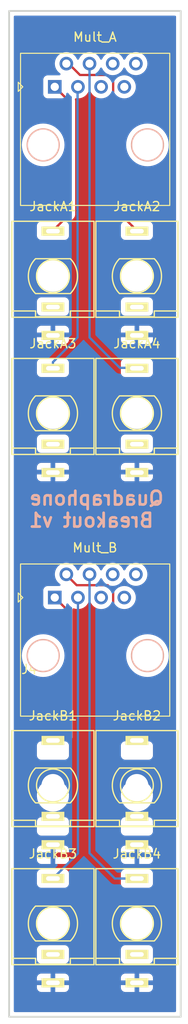
<source format=kicad_pcb>
(kicad_pcb (version 20211014) (generator pcbnew)
  (layers (0 "F.Cu" signal) (31 "B.Cu" signal) (34 "B.Paste" user) (35 "F.Paste" user) (36 "B.SilkS" user "B.Silkscreen") (37 "F.SilkS" user "F.Silkscreen") (38 "B.Mask" user) (39 "F.Mask" user) (44 "Edge.Cuts" user))
  (net 0 "")
  (net 1 "/A1")
  (net 2 "/A2")
  (net 3 "/A3")
  (net 4 "/A4")
  (net 9 "/B1")
  (net 10 "/B2")
  (net 11 "/B3")
  (net 12 "/B4")
  (net 24 "GND")
  (footprint "Custom_Footprints:RJ45_Molex_42878-8506" (layer "F.Cu") (at 59.4 62.9475)
    (fp_text reference "J1" hide)
    (fp_text value "Mult_A" (at 0 -10.1) (layer "F.SilkS"))
    (fp_line (start 8.2 -8.32) (end -8.15 -8.32) (layer "F.SilkS") (width 0.12))
    (fp_line (start -7.9 -4.65) (end -8.4 -5.15) (layer "F.SilkS") (width 0.12))
    (fp_line (start -8.4 -4.15) (end -7.9 -4.65) (layer "F.SilkS") (width 0.12))
    (fp_line (start 8.2 8.32) (end -8.15 8.32) (layer "F.SilkS") (width 0.12))
    (fp_line (start -8.15 -8.32) (end -8.15 8.32) (layer "F.SilkS") (width 0.12))
    (fp_line (start 8.2 -8.32) (end 8.2 8.32) (layer "F.SilkS") (width 0.12))
    (fp_line (start -8.4 -5.15) (end -8.4 -4.15) (layer "F.SilkS") (width 0.12))
    (pad "" np_thru_hole circle (at 5.76 1.7) (size 3.65 3.65) (drill 3.33) (layers F&B.Cu *.SilkS *.Mask))
    (pad "" np_thru_hole circle (at -5.67 1.7) (size 3.65 3.65) (drill 3.33) (layers F&B.Cu *.SilkS *.Mask))
    (pad "1" thru_hole rect (at -4.4 -4.65) (size 1.5 1.5) (drill 0.9) (layers *.Cu *.Mask) (net 1 "/A1"))
    (pad "2" thru_hole circle (at -3.13 -7.19) (size 1.5 1.5) (drill 0.9) (layers *.Cu *.Mask) (net 2 "/A2"))
    (pad "3" thru_hole circle (at -1.86 -4.65) (size 1.5 1.5) (drill 0.9) (layers *.Cu *.Mask) (net 3 "/A3"))
    (pad "4" thru_hole circle (at -0.59 -7.19) (size 1.5 1.5) (drill 0.9) (layers *.Cu *.Mask) (net 4 "/A4"))
    (pad "5" thru_hole circle (at 0.68 -4.65) (size 1.5 1.5) (drill 0.9) (layers *.Cu *.Mask))
    (pad "6" thru_hole circle (at 1.95 -7.19) (size 1.5 1.5) (drill 0.9) (layers *.Cu *.Mask))
    (pad "7" thru_hole circle (at 3.22 -4.65) (size 1.5 1.5) (drill 0.9) (layers *.Cu *.Mask))
    (pad "8" thru_hole circle (at 4.49 -7.19) (size 1.5 1.5) (drill 0.9) (layers *.Cu *.Mask))
  )
  (footprint "Custom_Footprints:THONKICONN_hole" (layer "F.Cu") (at 64 149.8)
    (fp_text reference "J10" hide)
    (fp_text value "JackB4" (at 0 -7.62) (layer "F.SilkS"))
    (fp_line (start 1.905 3.81) (end 4.445 3.81) (layer "F.SilkS") (width 0.15))
    (fp_line (start 4.5 -6) (end 4.5 4.5) (layer "F.SilkS") (width 0.15))
    (fp_line (start 1.905 4.445) (end 1.905 3.81) (layer "F.SilkS") (width 0.15))
    (fp_line (start -4.445 3.81) (end -1.905 3.81) (layer "F.SilkS") (width 0.15))
    (fp_line (start -1.905 -1.905) (end 1.905 -1.905) (layer "F.SilkS") (width 0.15))
    (fp_line (start -1.905 3.81) (end -1.905 4.445) (layer "F.SilkS") (width 0.15))
    (fp_line (start -1.905 4.445) (end 1.905 4.445) (layer "F.SilkS") (width 0.15))
    (fp_line (start -4.5 -6) (end 4.5 -6) (layer "F.SilkS") (width 0.15))
    (fp_line (start -4.5 -6) (end -4.5 4.5) (layer "F.SilkS") (width 0.15))
    (fp_line (start -4.5 4.5) (end 4.5 4.5) (layer "F.SilkS") (width 0.15))
    (fp_line (start 1.905 1.905) (end -1.905 1.905) (layer "F.SilkS") (width 0.15))
    (fp_arc (start -1.905 1.905) (mid -2.694077 0) (end -1.905 -1.905) (layer "F.SilkS") (width 0.15))
    (fp_arc (start 1.905 -1.905) (mid 2.694077 0) (end 1.905 1.905) (layer "F.SilkS") (width 0.15))
    (fp_circle (center 0 0) (end 1.27 1.27) (layer "F.SilkS") (width 0.15) (fill none))
    (pad "" np_thru_hole circle (at 0 0) (size 2.5 2.5) (drill 2.5) (layers *.Cu *.Mask))
    (pad "1" thru_hole rect (at 0 6.48) (size 2.5 1) (drill oval 1.5 0.5) (layers *.Cu *.Mask "F.SilkS") (net 24 "GND"))
    (pad "2" thru_hole rect (at 0 3.38) (size 2.5 1) (drill oval 1.5 0.5) (layers *.Cu *.Mask "F.SilkS"))
    (pad "3" thru_hole rect (at 0 -4.92) (size 2.5 1) (drill oval 1.5 0.5) (layers *.Cu *.Mask "F.SilkS") (net 12 "/B4"))
  )
  (footprint "Custom_Footprints:RJ45_Molex_42878-8506" (layer "F.Cu") (at 59.4 118.8)
    (fp_text reference "J2" hide)
    (fp_text value "Mult_B" (at 0 -10.1) (layer "F.SilkS"))
    (fp_line (start -8.4 -5.15) (end -8.4 -4.15) (layer "F.SilkS") (width 0.12))
    (fp_line (start 8.2 -8.32) (end 8.2 8.32) (layer "F.SilkS") (width 0.12))
    (fp_line (start -8.15 -8.32) (end -8.15 8.32) (layer "F.SilkS") (width 0.12))
    (fp_line (start 8.2 -8.32) (end -8.15 -8.32) (layer "F.SilkS") (width 0.12))
    (fp_line (start -7.9 -4.65) (end -8.4 -5.15) (layer "F.SilkS") (width 0.12))
    (fp_line (start 8.2 8.32) (end -8.15 8.32) (layer "F.SilkS") (width 0.12))
    (fp_line (start -8.4 -4.15) (end -7.9 -4.65) (layer "F.SilkS") (width 0.12))
    (pad "" np_thru_hole circle (at -5.67 1.7) (size 3.65 3.65) (drill 3.33) (layers F&B.Cu *.SilkS *.Mask))
    (pad "" np_thru_hole circle (at 5.76 1.7) (size 3.65 3.65) (drill 3.33) (layers F&B.Cu *.SilkS *.Mask))
    (pad "1" thru_hole rect (at -4.4 -4.65) (size 1.5 1.5) (drill 0.9) (layers *.Cu *.Mask) (net 9 "/B1"))
    (pad "2" thru_hole circle (at -3.13 -7.19) (size 1.5 1.5) (drill 0.9) (layers *.Cu *.Mask) (net 10 "/B2"))
    (pad "3" thru_hole circle (at -1.86 -4.65) (size 1.5 1.5) (drill 0.9) (layers *.Cu *.Mask) (net 11 "/B3"))
    (pad "4" thru_hole circle (at -0.59 -7.19) (size 1.5 1.5) (drill 0.9) (layers *.Cu *.Mask) (net 12 "/B4"))
    (pad "5" thru_hole circle (at 0.68 -4.65) (size 1.5 1.5) (drill 0.9) (layers *.Cu *.Mask))
    (pad "6" thru_hole circle (at 1.95 -7.19) (size 1.5 1.5) (drill 0.9) (layers *.Cu *.Mask))
    (pad "7" thru_hole circle (at 3.22 -4.65) (size 1.5 1.5) (drill 0.9) (layers *.Cu *.Mask))
    (pad "8" thru_hole circle (at 4.49 -7.19) (size 1.5 1.5) (drill 0.9) (layers *.Cu *.Mask))
  )
  (footprint "Custom_Footprints:THONKICONN_hole" (layer "F.Cu") (at 64 94)
    (fp_text reference "J6" hide)
    (fp_text value "JackA4" (at 0 -7.62) (layer "F.SilkS"))
    (fp_line (start -1.905 -1.905) (end 1.905 -1.905) (layer "F.SilkS") (width 0.15))
    (fp_line (start 1.905 3.81) (end 4.445 3.81) (layer "F.SilkS") (width 0.15))
    (fp_line (start -4.5 -6) (end 4.5 -6) (layer "F.SilkS") (width 0.15))
    (fp_line (start 1.905 4.445) (end 1.905 3.81) (layer "F.SilkS") (width 0.15))
    (fp_line (start -1.905 3.81) (end -1.905 4.445) (layer "F.SilkS") (width 0.15))
    (fp_line (start 4.5 -6) (end 4.5 4.5) (layer "F.SilkS") (width 0.15))
    (fp_line (start -1.905 4.445) (end 1.905 4.445) (layer "F.SilkS") (width 0.15))
    (fp_line (start 1.905 1.905) (end -1.905 1.905) (layer "F.SilkS") (width 0.15))
    (fp_line (start -4.445 3.81) (end -1.905 3.81) (layer "F.SilkS") (width 0.15))
    (fp_line (start -4.5 -6) (end -4.5 4.5) (layer "F.SilkS") (width 0.15))
    (fp_line (start -4.5 4.5) (end 4.5 4.5) (layer "F.SilkS") (width 0.15))
    (fp_arc (start 1.905 -1.905) (mid 2.694077 0) (end 1.905 1.905) (layer "F.SilkS") (width 0.15))
    (fp_arc (start -1.905 1.905) (mid -2.694077 0) (end -1.905 -1.905) (layer "F.SilkS") (width 0.15))
    (fp_circle (center 0 0) (end 1.27 1.27) (layer "F.SilkS") (width 0.15) (fill none))
    (pad "" np_thru_hole circle (at 0 0) (size 2.5 2.5) (drill 2.5) (layers *.Cu *.Mask))
    (pad "1" thru_hole rect (at 0 6.48) (size 2.5 1) (drill oval 1.5 0.5) (layers *.Cu *.Mask "F.SilkS") (net 24 "GND"))
    (pad "2" thru_hole rect (at 0 3.38) (size 2.5 1) (drill oval 1.5 0.5) (layers *.Cu *.Mask "F.SilkS"))
    (pad "3" thru_hole rect (at 0 -4.92) (size 2.5 1) (drill oval 1.5 0.5) (layers *.Cu *.Mask "F.SilkS") (net 4 "/A4"))
  )
  (footprint "Custom_Footprints:THONKICONN_hole" (layer "F.Cu") (at 54.8 149.8)
    (fp_text reference "J9" hide)
    (fp_text value "JackB3" (at 0 -7.62) (layer "F.SilkS"))
    (fp_line (start -1.905 -1.905) (end 1.905 -1.905) (layer "F.SilkS") (width 0.15))
    (fp_line (start 1.905 1.905) (end -1.905 1.905) (layer "F.SilkS") (width 0.15))
    (fp_line (start -1.905 3.81) (end -1.905 4.445) (layer "F.SilkS") (width 0.15))
    (fp_line (start 1.905 3.81) (end 4.445 3.81) (layer "F.SilkS") (width 0.15))
    (fp_line (start -4.5 -6) (end 4.5 -6) (layer "F.SilkS") (width 0.15))
    (fp_line (start 1.905 4.445) (end 1.905 3.81) (layer "F.SilkS") (width 0.15))
    (fp_line (start 4.5 -6) (end 4.5 4.5) (layer "F.SilkS") (width 0.15))
    (fp_line (start -4.445 3.81) (end -1.905 3.81) (layer "F.SilkS") (width 0.15))
    (fp_line (start -4.5 -6) (end -4.5 4.5) (layer "F.SilkS") (width 0.15))
    (fp_line (start -1.905 4.445) (end 1.905 4.445) (layer "F.SilkS") (width 0.15))
    (fp_line (start -4.5 4.5) (end 4.5 4.5) (layer "F.SilkS") (width 0.15))
    (fp_arc (start 1.905 -1.905) (mid 2.694077 0) (end 1.905 1.905) (layer "F.SilkS") (width 0.15))
    (fp_arc (start -1.905 1.905) (mid -2.694077 0) (end -1.905 -1.905) (layer "F.SilkS") (width 0.15))
    (fp_circle (center 0 0) (end 1.27 1.27) (layer "F.SilkS") (width 0.15) (fill none))
    (pad "" np_thru_hole circle (at 0 0) (size 2.5 2.5) (drill 2.5) (layers *.Cu *.Mask))
    (pad "1" thru_hole rect (at 0 6.48) (size 2.5 1) (drill oval 1.5 0.5) (layers *.Cu *.Mask "F.SilkS") (net 24 "GND"))
    (pad "2" thru_hole rect (at 0 3.38) (size 2.5 1) (drill oval 1.5 0.5) (layers *.Cu *.Mask "F.SilkS"))
    (pad "3" thru_hole rect (at 0 -4.92) (size 2.5 1) (drill oval 1.5 0.5) (layers *.Cu *.Mask "F.SilkS") (net 11 "/B3"))
  )
  (footprint "Custom_Footprints:THONKICONN_hole" (layer "F.Cu") (at 54.8 94)
    (fp_text reference "J5" hide)
    (fp_text value "JackA3" (at 0 -7.62) (layer "F.SilkS"))
    (fp_line (start -4.5 -6) (end -4.5 4.5) (layer "F.SilkS") (width 0.15))
    (fp_line (start -4.445 3.81) (end -1.905 3.81) (layer "F.SilkS") (width 0.15))
    (fp_line (start -1.905 -1.905) (end 1.905 -1.905) (layer "F.SilkS") (width 0.15))
    (fp_line (start 1.905 1.905) (end -1.905 1.905) (layer "F.SilkS") (width 0.15))
    (fp_line (start -4.5 4.5) (end 4.5 4.5) (layer "F.SilkS") (width 0.15))
    (fp_line (start -1.905 3.81) (end -1.905 4.445) (layer "F.SilkS") (width 0.15))
    (fp_line (start 4.5 -6) (end 4.5 4.5) (layer "F.SilkS") (width 0.15))
    (fp_line (start 1.905 3.81) (end 4.445 3.81) (layer "F.SilkS") (width 0.15))
    (fp_line (start -1.905 4.445) (end 1.905 4.445) (layer "F.SilkS") (width 0.15))
    (fp_line (start 1.905 4.445) (end 1.905 3.81) (layer "F.SilkS") (width 0.15))
    (fp_line (start -4.5 -6) (end 4.5 -6) (layer "F.SilkS") (width 0.15))
    (fp_arc (start 1.905 -1.905) (mid 2.694077 0) (end 1.905 1.905) (layer "F.SilkS") (width 0.15))
    (fp_arc (start -1.905 1.905) (mid -2.694077 0) (end -1.905 -1.905) (layer "F.SilkS") (width 0.15))
    (fp_circle (center 0 0) (end 1.27 1.27) (layer "F.SilkS") (width 0.15) (fill none))
    (pad "" np_thru_hole circle (at 0 0) (size 2.5 2.5) (drill 2.5) (layers *.Cu *.Mask))
    (pad "1" thru_hole rect (at 0 6.48) (size 2.5 1) (drill oval 1.5 0.5) (layers *.Cu *.Mask "F.SilkS") (net 24 "GND"))
    (pad "2" thru_hole rect (at 0 3.38) (size 2.5 1) (drill oval 1.5 0.5) (layers *.Cu *.Mask "F.SilkS"))
    (pad "3" thru_hole rect (at 0 -4.92) (size 2.5 1) (drill oval 1.5 0.5) (layers *.Cu *.Mask "F.SilkS") (net 3 "/A3"))
  )
  (footprint "Custom_Footprints:THONKICONN_hole" (layer "F.Cu") (at 64 79)
    (fp_text reference "J4" hide)
    (fp_text value "JackA2" (at 0 -7.62) (layer "F.SilkS"))
    (fp_line (start 1.905 4.445) (end 1.905 3.81) (layer "F.SilkS") (width 0.15))
    (fp_line (start -4.5 -6) (end 4.5 -6) (layer "F.SilkS") (width 0.15))
    (fp_line (start -1.905 4.445) (end 1.905 4.445) (layer "F.SilkS") (width 0.15))
    (fp_line (start 1.905 3.81) (end 4.445 3.81) (layer "F.SilkS") (width 0.15))
    (fp_line (start -1.905 -1.905) (end 1.905 -1.905) (layer "F.SilkS") (width 0.15))
    (fp_line (start 1.905 1.905) (end -1.905 1.905) (layer "F.SilkS") (width 0.15))
    (fp_line (start -4.445 3.81) (end -1.905 3.81) (layer "F.SilkS") (width 0.15))
    (fp_line (start -4.5 -6) (end -4.5 4.5) (layer "F.SilkS") (width 0.15))
    (fp_line (start -4.5 4.5) (end 4.5 4.5) (layer "F.SilkS") (width 0.15))
    (fp_line (start -1.905 3.81) (end -1.905 4.445) (layer "F.SilkS") (width 0.15))
    (fp_line (start 4.5 -6) (end 4.5 4.5) (layer "F.SilkS") (width 0.15))
    (fp_arc (start -1.905 1.905) (mid -2.694077 0) (end -1.905 -1.905) (layer "F.SilkS") (width 0.15))
    (fp_arc (start 1.905 -1.905) (mid 2.694077 0) (end 1.905 1.905) (layer "F.SilkS") (width 0.15))
    (fp_circle (center 0 0) (end 1.27 1.27) (layer "F.SilkS") (width 0.15) (fill none))
    (pad "" np_thru_hole circle (at 0 0) (size 2.5 2.5) (drill 2.5) (layers *.Cu *.Mask))
    (pad "1" thru_hole rect (at 0 6.48) (size 2.5 1) (drill oval 1.5 0.5) (layers *.Cu *.Mask "F.SilkS") (net 24 "GND"))
    (pad "2" thru_hole rect (at 0 3.38) (size 2.5 1) (drill oval 1.5 0.5) (layers *.Cu *.Mask "F.SilkS"))
    (pad "3" thru_hole rect (at 0 -4.92) (size 2.5 1) (drill oval 1.5 0.5) (layers *.Cu *.Mask "F.SilkS") (net 2 "/A2"))
  )
  (footprint "Custom_Footprints:THONKICONN_hole" (layer "F.Cu") (at 54.8 134.7)
    (fp_text reference "J7" hide)
    (fp_text value "JackB1" (at 0 -7.62) (layer "F.SilkS"))
    (fp_line (start -4.5 4.5) (end 4.5 4.5) (layer "F.SilkS") (width 0.15))
    (fp_line (start -4.5 -6) (end -4.5 4.5) (layer "F.SilkS") (width 0.15))
    (fp_line (start 4.5 -6) (end 4.5 4.5) (layer "F.SilkS") (width 0.15))
    (fp_line (start 1.905 3.81) (end 4.445 3.81) (layer "F.SilkS") (width 0.15))
    (fp_line (start -1.905 4.445) (end 1.905 4.445) (layer "F.SilkS") (width 0.15))
    (fp_line (start -1.905 -1.905) (end 1.905 -1.905) (layer "F.SilkS") (width 0.15))
    (fp_line (start -1.905 3.81) (end -1.905 4.445) (layer "F.SilkS") (width 0.15))
    (fp_line (start 1.905 1.905) (end -1.905 1.905) (layer "F.SilkS") (width 0.15))
    (fp_line (start -4.5 -6) (end 4.5 -6) (layer "F.SilkS") (width 0.15))
    (fp_line (start 1.905 4.445) (end 1.905 3.81) (layer "F.SilkS") (width 0.15))
    (fp_line (start -4.445 3.81) (end -1.905 3.81) (layer "F.SilkS") (width 0.15))
    (fp_arc (start -1.905 1.905) (mid -2.694077 0) (end -1.905 -1.905) (layer "F.SilkS") (width 0.15))
    (fp_arc (start 1.905 -1.905) (mid 2.694077 0) (end 1.905 1.905) (layer "F.SilkS") (width 0.15))
    (fp_circle (center 0 0) (end 1.27 1.27) (layer "F.SilkS") (width 0.15) (fill none))
    (pad "" np_thru_hole circle (at 0 0) (size 2.5 2.5) (drill 2.5) (layers *.Cu *.Mask))
    (pad "1" thru_hole rect (at 0 6.48) (size 2.5 1) (drill oval 1.5 0.5) (layers *.Cu *.Mask "F.SilkS") (net 24 "GND"))
    (pad "2" thru_hole rect (at 0 3.38) (size 2.5 1) (drill oval 1.5 0.5) (layers *.Cu *.Mask "F.SilkS"))
    (pad "3" thru_hole rect (at 0 -4.92) (size 2.5 1) (drill oval 1.5 0.5) (layers *.Cu *.Mask "F.SilkS") (net 9 "/B1"))
  )
  (footprint "Custom_Footprints:THONKICONN_hole" (layer "F.Cu") (at 54.8 79)
    (fp_text reference "J3" hide)
    (fp_text value "JackA1" (at 0 -7.62) (layer "F.SilkS"))
    (fp_line (start -1.905 3.81) (end -1.905 4.445) (layer "F.SilkS") (width 0.15))
    (fp_line (start -4.5 4.5) (end 4.5 4.5) (layer "F.SilkS") (width 0.15))
    (fp_line (start -1.905 4.445) (end 1.905 4.445) (layer "F.SilkS") (width 0.15))
    (fp_line (start -1.905 -1.905) (end 1.905 -1.905) (layer "F.SilkS") (width 0.15))
    (fp_line (start 1.905 3.81) (end 4.445 3.81) (layer "F.SilkS") (width 0.15))
    (fp_line (start 1.905 4.445) (end 1.905 3.81) (layer "F.SilkS") (width 0.15))
    (fp_line (start 1.905 1.905) (end -1.905 1.905) (layer "F.SilkS") (width 0.15))
    (fp_line (start -4.445 3.81) (end -1.905 3.81) (layer "F.SilkS") (width 0.15))
    (fp_line (start -4.5 -6) (end 4.5 -6) (layer "F.SilkS") (width 0.15))
    (fp_line (start 4.5 -6) (end 4.5 4.5) (layer "F.SilkS") (width 0.15))
    (fp_line (start -4.5 -6) (end -4.5 4.5) (layer "F.SilkS") (width 0.15))
    (fp_arc (start 1.905 -1.905) (mid 2.694077 0) (end 1.905 1.905) (layer "F.SilkS") (width 0.15))
    (fp_arc (start -1.905 1.905) (mid -2.694077 0) (end -1.905 -1.905) (layer "F.SilkS") (width 0.15))
    (fp_circle (center 0 0) (end 1.27 1.27) (layer "F.SilkS") (width 0.15) (fill none))
    (pad "" np_thru_hole circle (at 0 0) (size 2.5 2.5) (drill 2.5) (layers *.Cu *.Mask))
    (pad "1" thru_hole rect (at 0 6.48) (size 2.5 1) (drill oval 1.5 0.5) (layers *.Cu *.Mask "F.SilkS") (net 24 "GND"))
    (pad "2" thru_hole rect (at 0 3.38) (size 2.5 1) (drill oval 1.5 0.5) (layers *.Cu *.Mask "F.SilkS"))
    (pad "3" thru_hole rect (at 0 -4.92) (size 2.5 1) (drill oval 1.5 0.5) (layers *.Cu *.Mask "F.SilkS") (net 1 "/A1"))
  )
  (footprint "Custom_Footprints:THONKICONN_hole" (layer "F.Cu") (at 64 134.7)
    (fp_text reference "J8" hide)
    (fp_text value "JackB2" (at 0 -7.62) (layer "F.SilkS"))
    (fp_line (start -4.5 -6) (end -4.5 4.5) (layer "F.SilkS") (width 0.15))
    (fp_line (start -4.5 4.5) (end 4.5 4.5) (layer "F.SilkS") (width 0.15))
    (fp_line (start 4.5 -6) (end 4.5 4.5) (layer "F.SilkS") (width 0.15))
    (fp_line (start -1.905 3.81) (end -1.905 4.445) (layer "F.SilkS") (width 0.15))
    (fp_line (start -4.445 3.81) (end -1.905 3.81) (layer "F.SilkS") (width 0.15))
    (fp_line (start -4.5 -6) (end 4.5 -6) (layer "F.SilkS") (width 0.15))
    (fp_line (start -1.905 -1.905) (end 1.905 -1.905) (layer "F.SilkS") (width 0.15))
    (fp_line (start -1.905 4.445) (end 1.905 4.445) (layer "F.SilkS") (width 0.15))
    (fp_line (start 1.905 1.905) (end -1.905 1.905) (layer "F.SilkS") (width 0.15))
    (fp_line (start 1.905 4.445) (end 1.905 3.81) (layer "F.SilkS") (width 0.15))
    (fp_line (start 1.905 3.81) (end 4.445 3.81) (layer "F.SilkS") (width 0.15))
    (fp_arc (start 1.905 -1.905) (mid 2.694077 0) (end 1.905 1.905) (layer "F.SilkS") (width 0.15))
    (fp_arc (start -1.905 1.905) (mid -2.694077 0) (end -1.905 -1.905) (layer "F.SilkS") (width 0.15))
    (fp_circle (center 0 0) (end 1.27 1.27) (layer "F.SilkS") (width 0.15) (fill none))
    (pad "" np_thru_hole circle (at 0 0) (size 2.5 2.5) (drill 2.5) (layers *.Cu *.Mask))
    (pad "1" thru_hole rect (at 0 6.48) (size 2.5 1) (drill oval 1.5 0.5) (layers *.Cu *.Mask "F.SilkS") (net 24 "GND"))
    (pad "2" thru_hole rect (at 0 3.38) (size 2.5 1) (drill oval 1.5 0.5) (layers *.Cu *.Mask "F.SilkS"))
    (pad "3" thru_hole rect (at 0 -4.92) (size 2.5 1) (drill oval 1.5 0.5) (layers *.Cu *.Mask "F.SilkS") (net 10 "/B2"))
  )
  (gr_line locked (start 50 50) (end 68.8 50) (layer "Edge.Cuts") (width 0.2))
  (gr_line locked (start 50 50) (end 50 160) (layer "Edge.Cuts") (width 0.2))
  (gr_line locked (start 50 160) (end 68.8 160) (layer "Edge.Cuts") (width 0.2))
  (gr_line locked (start 68.8 50) (end 68.8 160) (layer "Edge.Cuts") (width 0.2))
  (gr_text "Quadraphone \nBreakout v1\n" (at 59 104.5) (layer "B.SilkS") (effects (font (size 1.5 1.5) (thickness 0.3)) (justify mirror)))
  (gr_text "J4" (at 52.2 122) (layer "F.SilkS") (effects (font (size 1 1))))
  (segment (start 56.6 59.8975) (end 56.6 72.2275) (width 0.25) (layer "F.Cu") (net 1))
  (segment (start 56.6 72.2275) (end 54.8 74.0275) (width 0.25) (layer "F.Cu") (net 1))
  (segment (start 55 58.2975) (end 56.6 59.8975) (width 0.25) (layer "F.Cu") (net 1))
  (segment (start 61.4 71.4275) (end 64 74.0275) (width 0.25) (layer "F.Cu") (net 2))
  (segment (start 56.27 55.7575) (end 56.52028 55.7575) (width 0.25) (layer "F.Cu") (net 2))
  (segment (start 61.4 57.6) (end 61.4 71.4275) (width 0.25) (layer "F.Cu") (net 2))
  (segment (start 57.76278 57) (end 60.8 57) (width 0.25) (layer "F.Cu") (net 2))
  (segment (start 56.52028 55.7575) (end 57.76278 57) (width 0.25) (layer "F.Cu") (net 2))
  (segment (start 60.8 57) (end 61.4 57.6) (width 0.25) (layer "F.Cu") (net 2))
  (segment (start 57.5 85.7) (end 54.8 88.4) (width 0.25) (layer "B.Cu") (net 3))
  (segment (start 57.54 58.2975) (end 57.5 58.3375) (width 0.25) (layer "B.Cu") (net 3))
  (segment (start 57.5 58.3375) (end 57.5 85.7) (width 0.25) (layer "B.Cu") (net 3))
  (segment (start 54.8 88.4) (end 54.8 89.0275) (width 0.25) (layer "B.Cu") (net 3))
  (segment (start 58.81 85.71) (end 62.1275 89.0275) (width 0.25) (layer "B.Cu") (net 4))
  (segment (start 58.81 55.7575) (end 58.81 85.71) (width 0.25) (layer "B.Cu") (net 4))
  (segment (start 62.1275 89.0275) (end 64 89.0275) (width 0.25) (layer "B.Cu") (net 4))
  (segment (start 55 114.15) (end 56.3 115.45) (width 0.25) (layer "F.Cu") (net 9))
  (segment (start 56.3 115.45) (end 56.3 128.28) (width 0.25) (layer "F.Cu") (net 9))
  (segment (start 56.3 128.28) (end 54.8 129.78) (width 0.25) (layer "F.Cu") (net 9))
  (segment (start 57.4 112.8) (end 60.8 112.8) (width 0.25) (layer "F.Cu") (net 10))
  (segment (start 56.27 111.61) (end 56.27 111.67) (width 0.25) (layer "F.Cu") (net 10))
  (segment (start 60.8 112.8) (end 61.4 113.4) (width 0.25) (layer "F.Cu") (net 10))
  (segment (start 61.4 127.18) (end 64 129.78) (width 0.25) (layer "F.Cu") (net 10))
  (segment (start 56.27 111.67) (end 57.4 112.8) (width 0.25) (layer "F.Cu") (net 10))
  (segment (start 61.4 113.4) (end 61.4 127.18) (width 0.25) (layer "F.Cu") (net 10))
  (segment (start 57.54 114.15) (end 57.54 142.14) (width 0.25) (layer "B.Cu") (net 11))
  (segment (start 57.54 142.14) (end 54.8 144.88) (width 0.25) (layer "B.Cu") (net 11))
  (segment (start 58.81 111.61) (end 58.81 142.11) (width 0.25) (layer "B.Cu") (net 12))
  (segment (start 58.81 142.11) (end 61.58 144.88) (width 0.25) (layer "B.Cu") (net 12))
  (segment (start 61.58 144.88) (end 64 144.88) (width 0.25) (layer "B.Cu") (net 12))
  (zone locked (net 24) (net_name "GND") (layers F&B.Cu) (priority 1) (connect_pads (clearance 0.508)) (min_thickness 0.254) (fill yes (thermal_gap 0.508) (thermal_bridge_width 0.508))
    (polygon (pts (xy 69.6 160.8) (xy 49 160.8) (xy 49 48.8) (xy 69.6 48.8)))
  )
)
</source>
